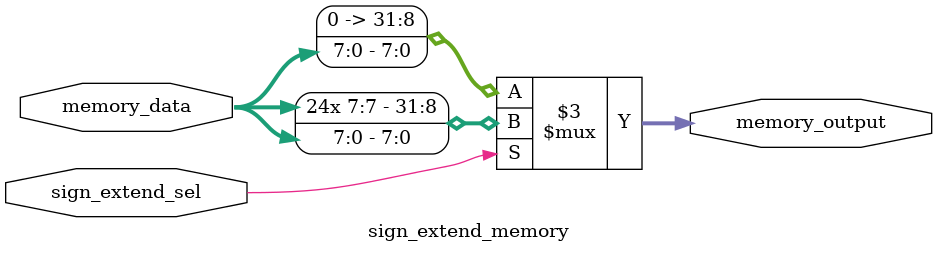
<source format=sv>
module sign_extend_memory(

    input logic sign_extend_sel,
    input logic[7:0] memory_data,
    output logic[31:0] memory_output

);

    always_comb

    begin

        if(sign_extend_sel)

            memory_output={ {24{memory_data[7]}} , memory_data};

        else

            memory_output={ {24{1'b0}} , memory_data};

    end



endmodule


</source>
